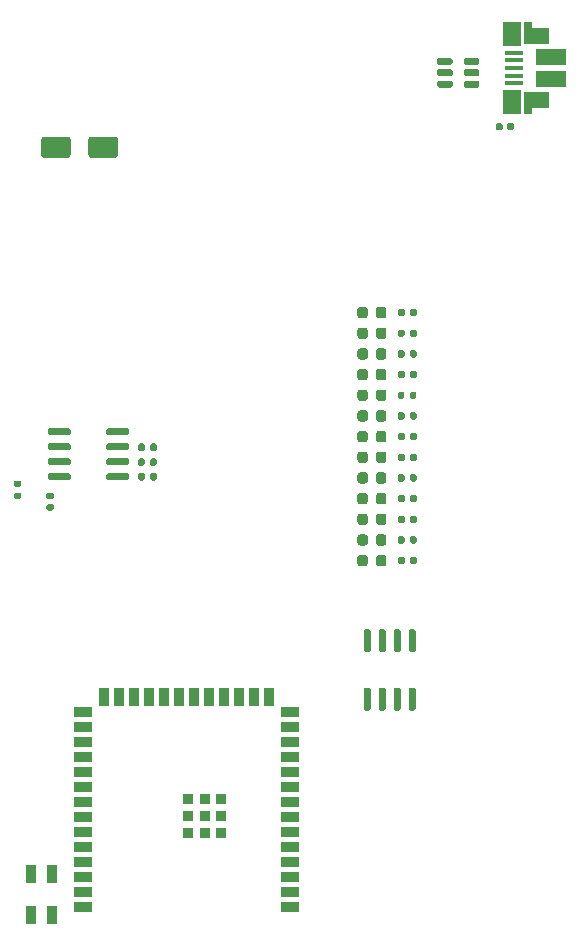
<source format=gtp>
G04 #@! TF.GenerationSoftware,KiCad,Pcbnew,9.0.1+1*
G04 #@! TF.CreationDate,2025-11-20T15:33:30+00:00*
G04 #@! TF.ProjectId,com4bbb,636f6d34-6262-4622-9e6b-696361645f70,rev?*
G04 #@! TF.SameCoordinates,Original*
G04 #@! TF.FileFunction,Paste,Top*
G04 #@! TF.FilePolarity,Positive*
%FSLAX46Y46*%
G04 Gerber Fmt 4.6, Leading zero omitted, Abs format (unit mm)*
G04 Created by KiCad (PCBNEW 9.0.1+1) date 2025-11-20 15:33:30*
%MOMM*%
%LPD*%
G01*
G04 APERTURE LIST*
%ADD10R,0.850000X1.600000*%
%ADD11R,1.500000X0.900000*%
%ADD12R,0.900000X1.500000*%
%ADD13R,0.900000X0.900000*%
%ADD14R,1.650000X0.400000*%
%ADD15R,0.700000X1.825000*%
%ADD16R,1.500000X2.000000*%
%ADD17R,2.000000X1.350000*%
%ADD18R,2.500000X1.430000*%
G04 APERTURE END LIST*
G36*
G01*
X124950100Y-90622400D02*
X125290100Y-90622400D01*
G75*
G02*
X125430100Y-90762400I0J-140000D01*
G01*
X125430100Y-91042400D01*
G75*
G02*
X125290100Y-91182400I-140000J0D01*
G01*
X124950100Y-91182400D01*
G75*
G02*
X124810100Y-91042400I0J140000D01*
G01*
X124810100Y-90762400D01*
G75*
G02*
X124950100Y-90622400I140000J0D01*
G01*
G37*
G36*
G01*
X124950100Y-91582400D02*
X125290100Y-91582400D01*
G75*
G02*
X125430100Y-91722400I0J-140000D01*
G01*
X125430100Y-92002400D01*
G75*
G02*
X125290100Y-92142400I-140000J0D01*
G01*
X124950100Y-92142400D01*
G75*
G02*
X124810100Y-92002400I0J140000D01*
G01*
X124810100Y-91722400D01*
G75*
G02*
X124950100Y-91582400I140000J0D01*
G01*
G37*
G36*
G01*
X154590100Y-75567400D02*
X154590100Y-75197400D01*
G75*
G02*
X154725100Y-75062400I135000J0D01*
G01*
X154995100Y-75062400D01*
G75*
G02*
X155130100Y-75197400I0J-135000D01*
G01*
X155130100Y-75567400D01*
G75*
G02*
X154995100Y-75702400I-135000J0D01*
G01*
X154725100Y-75702400D01*
G75*
G02*
X154590100Y-75567400I0J135000D01*
G01*
G37*
G36*
G01*
X155610100Y-75567400D02*
X155610100Y-75197400D01*
G75*
G02*
X155745100Y-75062400I135000J0D01*
G01*
X156015100Y-75062400D01*
G75*
G02*
X156150100Y-75197400I0J-135000D01*
G01*
X156150100Y-75567400D01*
G75*
G02*
X156015100Y-75702400I-135000J0D01*
G01*
X155745100Y-75702400D01*
G75*
G02*
X155610100Y-75567400I0J135000D01*
G01*
G37*
G36*
G01*
X154590100Y-77317400D02*
X154590100Y-76947400D01*
G75*
G02*
X154725100Y-76812400I135000J0D01*
G01*
X154995100Y-76812400D01*
G75*
G02*
X155130100Y-76947400I0J-135000D01*
G01*
X155130100Y-77317400D01*
G75*
G02*
X154995100Y-77452400I-135000J0D01*
G01*
X154725100Y-77452400D01*
G75*
G02*
X154590100Y-77317400I0J135000D01*
G01*
G37*
G36*
G01*
X155610100Y-77317400D02*
X155610100Y-76947400D01*
G75*
G02*
X155745100Y-76812400I135000J0D01*
G01*
X156015100Y-76812400D01*
G75*
G02*
X156150100Y-76947400I0J-135000D01*
G01*
X156150100Y-77317400D01*
G75*
G02*
X156015100Y-77452400I-135000J0D01*
G01*
X155745100Y-77452400D01*
G75*
G02*
X155610100Y-77317400I0J135000D01*
G01*
G37*
G36*
G01*
X154590100Y-80817400D02*
X154590100Y-80447400D01*
G75*
G02*
X154725100Y-80312400I135000J0D01*
G01*
X154995100Y-80312400D01*
G75*
G02*
X155130100Y-80447400I0J-135000D01*
G01*
X155130100Y-80817400D01*
G75*
G02*
X154995100Y-80952400I-135000J0D01*
G01*
X154725100Y-80952400D01*
G75*
G02*
X154590100Y-80817400I0J135000D01*
G01*
G37*
G36*
G01*
X155610100Y-80817400D02*
X155610100Y-80447400D01*
G75*
G02*
X155745100Y-80312400I135000J0D01*
G01*
X156015100Y-80312400D01*
G75*
G02*
X156150100Y-80447400I0J-135000D01*
G01*
X156150100Y-80817400D01*
G75*
G02*
X156015100Y-80952400I-135000J0D01*
G01*
X155745100Y-80952400D01*
G75*
G02*
X155610100Y-80817400I0J135000D01*
G01*
G37*
G36*
G01*
X131820100Y-89137400D02*
X131820100Y-89437400D01*
G75*
G02*
X131670100Y-89587400I-150000J0D01*
G01*
X130020100Y-89587400D01*
G75*
G02*
X129870100Y-89437400I0J150000D01*
G01*
X129870100Y-89137400D01*
G75*
G02*
X130020100Y-88987400I150000J0D01*
G01*
X131670100Y-88987400D01*
G75*
G02*
X131820100Y-89137400I0J-150000D01*
G01*
G37*
G36*
G01*
X131820100Y-87867400D02*
X131820100Y-88167400D01*
G75*
G02*
X131670100Y-88317400I-150000J0D01*
G01*
X130020100Y-88317400D01*
G75*
G02*
X129870100Y-88167400I0J150000D01*
G01*
X129870100Y-87867400D01*
G75*
G02*
X130020100Y-87717400I150000J0D01*
G01*
X131670100Y-87717400D01*
G75*
G02*
X131820100Y-87867400I0J-150000D01*
G01*
G37*
G36*
G01*
X131820100Y-86597400D02*
X131820100Y-86897400D01*
G75*
G02*
X131670100Y-87047400I-150000J0D01*
G01*
X130020100Y-87047400D01*
G75*
G02*
X129870100Y-86897400I0J150000D01*
G01*
X129870100Y-86597400D01*
G75*
G02*
X130020100Y-86447400I150000J0D01*
G01*
X131670100Y-86447400D01*
G75*
G02*
X131820100Y-86597400I0J-150000D01*
G01*
G37*
G36*
G01*
X131820100Y-85327400D02*
X131820100Y-85627400D01*
G75*
G02*
X131670100Y-85777400I-150000J0D01*
G01*
X130020100Y-85777400D01*
G75*
G02*
X129870100Y-85627400I0J150000D01*
G01*
X129870100Y-85327400D01*
G75*
G02*
X130020100Y-85177400I150000J0D01*
G01*
X131670100Y-85177400D01*
G75*
G02*
X131820100Y-85327400I0J-150000D01*
G01*
G37*
G36*
G01*
X126870100Y-85327400D02*
X126870100Y-85627400D01*
G75*
G02*
X126720100Y-85777400I-150000J0D01*
G01*
X125070100Y-85777400D01*
G75*
G02*
X124920100Y-85627400I0J150000D01*
G01*
X124920100Y-85327400D01*
G75*
G02*
X125070100Y-85177400I150000J0D01*
G01*
X126720100Y-85177400D01*
G75*
G02*
X126870100Y-85327400I0J-150000D01*
G01*
G37*
G36*
G01*
X126870100Y-86597400D02*
X126870100Y-86897400D01*
G75*
G02*
X126720100Y-87047400I-150000J0D01*
G01*
X125070100Y-87047400D01*
G75*
G02*
X124920100Y-86897400I0J150000D01*
G01*
X124920100Y-86597400D01*
G75*
G02*
X125070100Y-86447400I150000J0D01*
G01*
X126720100Y-86447400D01*
G75*
G02*
X126870100Y-86597400I0J-150000D01*
G01*
G37*
G36*
G01*
X126870100Y-87867400D02*
X126870100Y-88167400D01*
G75*
G02*
X126720100Y-88317400I-150000J0D01*
G01*
X125070100Y-88317400D01*
G75*
G02*
X124920100Y-88167400I0J150000D01*
G01*
X124920100Y-87867400D01*
G75*
G02*
X125070100Y-87717400I150000J0D01*
G01*
X126720100Y-87717400D01*
G75*
G02*
X126870100Y-87867400I0J-150000D01*
G01*
G37*
G36*
G01*
X126870100Y-89137400D02*
X126870100Y-89437400D01*
G75*
G02*
X126720100Y-89587400I-150000J0D01*
G01*
X125070100Y-89587400D01*
G75*
G02*
X124920100Y-89437400I0J150000D01*
G01*
X124920100Y-89137400D01*
G75*
G02*
X125070100Y-88987400I150000J0D01*
G01*
X126720100Y-88987400D01*
G75*
G02*
X126870100Y-89137400I0J-150000D01*
G01*
G37*
G36*
G01*
X153595100Y-75126150D02*
X153595100Y-75638650D01*
G75*
G02*
X153376350Y-75857400I-218750J0D01*
G01*
X152938850Y-75857400D01*
G75*
G02*
X152720100Y-75638650I0J218750D01*
G01*
X152720100Y-75126150D01*
G75*
G02*
X152938850Y-74907400I218750J0D01*
G01*
X153376350Y-74907400D01*
G75*
G02*
X153595100Y-75126150I0J-218750D01*
G01*
G37*
G36*
G01*
X152020100Y-75126150D02*
X152020100Y-75638650D01*
G75*
G02*
X151801350Y-75857400I-218750J0D01*
G01*
X151363850Y-75857400D01*
G75*
G02*
X151145100Y-75638650I0J218750D01*
G01*
X151145100Y-75126150D01*
G75*
G02*
X151363850Y-74907400I218750J0D01*
G01*
X151801350Y-74907400D01*
G75*
G02*
X152020100Y-75126150I0J-218750D01*
G01*
G37*
G36*
G01*
X153595100Y-76876150D02*
X153595100Y-77388650D01*
G75*
G02*
X153376350Y-77607400I-218750J0D01*
G01*
X152938850Y-77607400D01*
G75*
G02*
X152720100Y-77388650I0J218750D01*
G01*
X152720100Y-76876150D01*
G75*
G02*
X152938850Y-76657400I218750J0D01*
G01*
X153376350Y-76657400D01*
G75*
G02*
X153595100Y-76876150I0J-218750D01*
G01*
G37*
G36*
G01*
X152020100Y-76876150D02*
X152020100Y-77388650D01*
G75*
G02*
X151801350Y-77607400I-218750J0D01*
G01*
X151363850Y-77607400D01*
G75*
G02*
X151145100Y-77388650I0J218750D01*
G01*
X151145100Y-76876150D01*
G75*
G02*
X151363850Y-76657400I218750J0D01*
G01*
X151801350Y-76657400D01*
G75*
G02*
X152020100Y-76876150I0J-218750D01*
G01*
G37*
G36*
G01*
X153595100Y-78626150D02*
X153595100Y-79138650D01*
G75*
G02*
X153376350Y-79357400I-218750J0D01*
G01*
X152938850Y-79357400D01*
G75*
G02*
X152720100Y-79138650I0J218750D01*
G01*
X152720100Y-78626150D01*
G75*
G02*
X152938850Y-78407400I218750J0D01*
G01*
X153376350Y-78407400D01*
G75*
G02*
X153595100Y-78626150I0J-218750D01*
G01*
G37*
G36*
G01*
X152020100Y-78626150D02*
X152020100Y-79138650D01*
G75*
G02*
X151801350Y-79357400I-218750J0D01*
G01*
X151363850Y-79357400D01*
G75*
G02*
X151145100Y-79138650I0J218750D01*
G01*
X151145100Y-78626150D01*
G75*
G02*
X151363850Y-78407400I218750J0D01*
G01*
X151801350Y-78407400D01*
G75*
G02*
X152020100Y-78626150I0J-218750D01*
G01*
G37*
G36*
G01*
X153595100Y-80376150D02*
X153595100Y-80888650D01*
G75*
G02*
X153376350Y-81107400I-218750J0D01*
G01*
X152938850Y-81107400D01*
G75*
G02*
X152720100Y-80888650I0J218750D01*
G01*
X152720100Y-80376150D01*
G75*
G02*
X152938850Y-80157400I218750J0D01*
G01*
X153376350Y-80157400D01*
G75*
G02*
X153595100Y-80376150I0J-218750D01*
G01*
G37*
G36*
G01*
X152020100Y-80376150D02*
X152020100Y-80888650D01*
G75*
G02*
X151801350Y-81107400I-218750J0D01*
G01*
X151363850Y-81107400D01*
G75*
G02*
X151145100Y-80888650I0J218750D01*
G01*
X151145100Y-80376150D01*
G75*
G02*
X151363850Y-80157400I218750J0D01*
G01*
X151801350Y-80157400D01*
G75*
G02*
X152020100Y-80376150I0J-218750D01*
G01*
G37*
G36*
G01*
X153595100Y-82126150D02*
X153595100Y-82638650D01*
G75*
G02*
X153376350Y-82857400I-218750J0D01*
G01*
X152938850Y-82857400D01*
G75*
G02*
X152720100Y-82638650I0J218750D01*
G01*
X152720100Y-82126150D01*
G75*
G02*
X152938850Y-81907400I218750J0D01*
G01*
X153376350Y-81907400D01*
G75*
G02*
X153595100Y-82126150I0J-218750D01*
G01*
G37*
G36*
G01*
X152020100Y-82126150D02*
X152020100Y-82638650D01*
G75*
G02*
X151801350Y-82857400I-218750J0D01*
G01*
X151363850Y-82857400D01*
G75*
G02*
X151145100Y-82638650I0J218750D01*
G01*
X151145100Y-82126150D01*
G75*
G02*
X151363850Y-81907400I218750J0D01*
G01*
X151801350Y-81907400D01*
G75*
G02*
X152020100Y-82126150I0J-218750D01*
G01*
G37*
G36*
G01*
X153595100Y-83876150D02*
X153595100Y-84388650D01*
G75*
G02*
X153376350Y-84607400I-218750J0D01*
G01*
X152938850Y-84607400D01*
G75*
G02*
X152720100Y-84388650I0J218750D01*
G01*
X152720100Y-83876150D01*
G75*
G02*
X152938850Y-83657400I218750J0D01*
G01*
X153376350Y-83657400D01*
G75*
G02*
X153595100Y-83876150I0J-218750D01*
G01*
G37*
G36*
G01*
X152020100Y-83876150D02*
X152020100Y-84388650D01*
G75*
G02*
X151801350Y-84607400I-218750J0D01*
G01*
X151363850Y-84607400D01*
G75*
G02*
X151145100Y-84388650I0J218750D01*
G01*
X151145100Y-83876150D01*
G75*
G02*
X151363850Y-83657400I218750J0D01*
G01*
X151801350Y-83657400D01*
G75*
G02*
X152020100Y-83876150I0J-218750D01*
G01*
G37*
G36*
G01*
X153595100Y-85626150D02*
X153595100Y-86138650D01*
G75*
G02*
X153376350Y-86357400I-218750J0D01*
G01*
X152938850Y-86357400D01*
G75*
G02*
X152720100Y-86138650I0J218750D01*
G01*
X152720100Y-85626150D01*
G75*
G02*
X152938850Y-85407400I218750J0D01*
G01*
X153376350Y-85407400D01*
G75*
G02*
X153595100Y-85626150I0J-218750D01*
G01*
G37*
G36*
G01*
X152020100Y-85626150D02*
X152020100Y-86138650D01*
G75*
G02*
X151801350Y-86357400I-218750J0D01*
G01*
X151363850Y-86357400D01*
G75*
G02*
X151145100Y-86138650I0J218750D01*
G01*
X151145100Y-85626150D01*
G75*
G02*
X151363850Y-85407400I218750J0D01*
G01*
X151801350Y-85407400D01*
G75*
G02*
X152020100Y-85626150I0J-218750D01*
G01*
G37*
G36*
G01*
X153595100Y-87376150D02*
X153595100Y-87888650D01*
G75*
G02*
X153376350Y-88107400I-218750J0D01*
G01*
X152938850Y-88107400D01*
G75*
G02*
X152720100Y-87888650I0J218750D01*
G01*
X152720100Y-87376150D01*
G75*
G02*
X152938850Y-87157400I218750J0D01*
G01*
X153376350Y-87157400D01*
G75*
G02*
X153595100Y-87376150I0J-218750D01*
G01*
G37*
G36*
G01*
X152020100Y-87376150D02*
X152020100Y-87888650D01*
G75*
G02*
X151801350Y-88107400I-218750J0D01*
G01*
X151363850Y-88107400D01*
G75*
G02*
X151145100Y-87888650I0J218750D01*
G01*
X151145100Y-87376150D01*
G75*
G02*
X151363850Y-87157400I218750J0D01*
G01*
X151801350Y-87157400D01*
G75*
G02*
X152020100Y-87376150I0J-218750D01*
G01*
G37*
G36*
G01*
X153595100Y-89126150D02*
X153595100Y-89638650D01*
G75*
G02*
X153376350Y-89857400I-218750J0D01*
G01*
X152938850Y-89857400D01*
G75*
G02*
X152720100Y-89638650I0J218750D01*
G01*
X152720100Y-89126150D01*
G75*
G02*
X152938850Y-88907400I218750J0D01*
G01*
X153376350Y-88907400D01*
G75*
G02*
X153595100Y-89126150I0J-218750D01*
G01*
G37*
G36*
G01*
X152020100Y-89126150D02*
X152020100Y-89638650D01*
G75*
G02*
X151801350Y-89857400I-218750J0D01*
G01*
X151363850Y-89857400D01*
G75*
G02*
X151145100Y-89638650I0J218750D01*
G01*
X151145100Y-89126150D01*
G75*
G02*
X151363850Y-88907400I218750J0D01*
G01*
X151801350Y-88907400D01*
G75*
G02*
X152020100Y-89126150I0J-218750D01*
G01*
G37*
G36*
G01*
X153595100Y-90876150D02*
X153595100Y-91388650D01*
G75*
G02*
X153376350Y-91607400I-218750J0D01*
G01*
X152938850Y-91607400D01*
G75*
G02*
X152720100Y-91388650I0J218750D01*
G01*
X152720100Y-90876150D01*
G75*
G02*
X152938850Y-90657400I218750J0D01*
G01*
X153376350Y-90657400D01*
G75*
G02*
X153595100Y-90876150I0J-218750D01*
G01*
G37*
G36*
G01*
X152020100Y-90876150D02*
X152020100Y-91388650D01*
G75*
G02*
X151801350Y-91607400I-218750J0D01*
G01*
X151363850Y-91607400D01*
G75*
G02*
X151145100Y-91388650I0J218750D01*
G01*
X151145100Y-90876150D01*
G75*
G02*
X151363850Y-90657400I218750J0D01*
G01*
X151801350Y-90657400D01*
G75*
G02*
X152020100Y-90876150I0J-218750D01*
G01*
G37*
G36*
G01*
X153595100Y-92626150D02*
X153595100Y-93138650D01*
G75*
G02*
X153376350Y-93357400I-218750J0D01*
G01*
X152938850Y-93357400D01*
G75*
G02*
X152720100Y-93138650I0J218750D01*
G01*
X152720100Y-92626150D01*
G75*
G02*
X152938850Y-92407400I218750J0D01*
G01*
X153376350Y-92407400D01*
G75*
G02*
X153595100Y-92626150I0J-218750D01*
G01*
G37*
G36*
G01*
X152020100Y-92626150D02*
X152020100Y-93138650D01*
G75*
G02*
X151801350Y-93357400I-218750J0D01*
G01*
X151363850Y-93357400D01*
G75*
G02*
X151145100Y-93138650I0J218750D01*
G01*
X151145100Y-92626150D01*
G75*
G02*
X151363850Y-92407400I218750J0D01*
G01*
X151801350Y-92407400D01*
G75*
G02*
X152020100Y-92626150I0J-218750D01*
G01*
G37*
G36*
G01*
X153595100Y-94376150D02*
X153595100Y-94888650D01*
G75*
G02*
X153376350Y-95107400I-218750J0D01*
G01*
X152938850Y-95107400D01*
G75*
G02*
X152720100Y-94888650I0J218750D01*
G01*
X152720100Y-94376150D01*
G75*
G02*
X152938850Y-94157400I218750J0D01*
G01*
X153376350Y-94157400D01*
G75*
G02*
X153595100Y-94376150I0J-218750D01*
G01*
G37*
G36*
G01*
X152020100Y-94376150D02*
X152020100Y-94888650D01*
G75*
G02*
X151801350Y-95107400I-218750J0D01*
G01*
X151363850Y-95107400D01*
G75*
G02*
X151145100Y-94888650I0J218750D01*
G01*
X151145100Y-94376150D01*
G75*
G02*
X151363850Y-94157400I218750J0D01*
G01*
X151801350Y-94157400D01*
G75*
G02*
X152020100Y-94376150I0J-218750D01*
G01*
G37*
G36*
G01*
X153595100Y-96126150D02*
X153595100Y-96638650D01*
G75*
G02*
X153376350Y-96857400I-218750J0D01*
G01*
X152938850Y-96857400D01*
G75*
G02*
X152720100Y-96638650I0J218750D01*
G01*
X152720100Y-96126150D01*
G75*
G02*
X152938850Y-95907400I218750J0D01*
G01*
X153376350Y-95907400D01*
G75*
G02*
X153595100Y-96126150I0J-218750D01*
G01*
G37*
G36*
G01*
X152020100Y-96126150D02*
X152020100Y-96638650D01*
G75*
G02*
X151801350Y-96857400I-218750J0D01*
G01*
X151363850Y-96857400D01*
G75*
G02*
X151145100Y-96638650I0J218750D01*
G01*
X151145100Y-96126150D01*
G75*
G02*
X151363850Y-95907400I218750J0D01*
G01*
X151801350Y-95907400D01*
G75*
G02*
X152020100Y-96126150I0J-218750D01*
G01*
G37*
G36*
G01*
X154580100Y-82567400D02*
X154580100Y-82197400D01*
G75*
G02*
X154715100Y-82062400I135000J0D01*
G01*
X154985100Y-82062400D01*
G75*
G02*
X155120100Y-82197400I0J-135000D01*
G01*
X155120100Y-82567400D01*
G75*
G02*
X154985100Y-82702400I-135000J0D01*
G01*
X154715100Y-82702400D01*
G75*
G02*
X154580100Y-82567400I0J135000D01*
G01*
G37*
G36*
G01*
X155600100Y-82567400D02*
X155600100Y-82197400D01*
G75*
G02*
X155735100Y-82062400I135000J0D01*
G01*
X156005100Y-82062400D01*
G75*
G02*
X156140100Y-82197400I0J-135000D01*
G01*
X156140100Y-82567400D01*
G75*
G02*
X156005100Y-82702400I-135000J0D01*
G01*
X155735100Y-82702400D01*
G75*
G02*
X155600100Y-82567400I0J135000D01*
G01*
G37*
G36*
G01*
X154590100Y-84317400D02*
X154590100Y-83947400D01*
G75*
G02*
X154725100Y-83812400I135000J0D01*
G01*
X154995100Y-83812400D01*
G75*
G02*
X155130100Y-83947400I0J-135000D01*
G01*
X155130100Y-84317400D01*
G75*
G02*
X154995100Y-84452400I-135000J0D01*
G01*
X154725100Y-84452400D01*
G75*
G02*
X154590100Y-84317400I0J135000D01*
G01*
G37*
G36*
G01*
X155610100Y-84317400D02*
X155610100Y-83947400D01*
G75*
G02*
X155745100Y-83812400I135000J0D01*
G01*
X156015100Y-83812400D01*
G75*
G02*
X156150100Y-83947400I0J-135000D01*
G01*
X156150100Y-84317400D01*
G75*
G02*
X156015100Y-84452400I-135000J0D01*
G01*
X155745100Y-84452400D01*
G75*
G02*
X155610100Y-84317400I0J135000D01*
G01*
G37*
G36*
G01*
X154590100Y-86067400D02*
X154590100Y-85697400D01*
G75*
G02*
X154725100Y-85562400I135000J0D01*
G01*
X154995100Y-85562400D01*
G75*
G02*
X155130100Y-85697400I0J-135000D01*
G01*
X155130100Y-86067400D01*
G75*
G02*
X154995100Y-86202400I-135000J0D01*
G01*
X154725100Y-86202400D01*
G75*
G02*
X154590100Y-86067400I0J135000D01*
G01*
G37*
G36*
G01*
X155610100Y-86067400D02*
X155610100Y-85697400D01*
G75*
G02*
X155745100Y-85562400I135000J0D01*
G01*
X156015100Y-85562400D01*
G75*
G02*
X156150100Y-85697400I0J-135000D01*
G01*
X156150100Y-86067400D01*
G75*
G02*
X156015100Y-86202400I-135000J0D01*
G01*
X155745100Y-86202400D01*
G75*
G02*
X155610100Y-86067400I0J135000D01*
G01*
G37*
G36*
G01*
X154590100Y-87817400D02*
X154590100Y-87447400D01*
G75*
G02*
X154725100Y-87312400I135000J0D01*
G01*
X154995100Y-87312400D01*
G75*
G02*
X155130100Y-87447400I0J-135000D01*
G01*
X155130100Y-87817400D01*
G75*
G02*
X154995100Y-87952400I-135000J0D01*
G01*
X154725100Y-87952400D01*
G75*
G02*
X154590100Y-87817400I0J135000D01*
G01*
G37*
G36*
G01*
X155610100Y-87817400D02*
X155610100Y-87447400D01*
G75*
G02*
X155745100Y-87312400I135000J0D01*
G01*
X156015100Y-87312400D01*
G75*
G02*
X156150100Y-87447400I0J-135000D01*
G01*
X156150100Y-87817400D01*
G75*
G02*
X156015100Y-87952400I-135000J0D01*
G01*
X155745100Y-87952400D01*
G75*
G02*
X155610100Y-87817400I0J135000D01*
G01*
G37*
G36*
G01*
X154590100Y-89567400D02*
X154590100Y-89197400D01*
G75*
G02*
X154725100Y-89062400I135000J0D01*
G01*
X154995100Y-89062400D01*
G75*
G02*
X155130100Y-89197400I0J-135000D01*
G01*
X155130100Y-89567400D01*
G75*
G02*
X154995100Y-89702400I-135000J0D01*
G01*
X154725100Y-89702400D01*
G75*
G02*
X154590100Y-89567400I0J135000D01*
G01*
G37*
G36*
G01*
X155610100Y-89567400D02*
X155610100Y-89197400D01*
G75*
G02*
X155745100Y-89062400I135000J0D01*
G01*
X156015100Y-89062400D01*
G75*
G02*
X156150100Y-89197400I0J-135000D01*
G01*
X156150100Y-89567400D01*
G75*
G02*
X156015100Y-89702400I-135000J0D01*
G01*
X155745100Y-89702400D01*
G75*
G02*
X155610100Y-89567400I0J135000D01*
G01*
G37*
G36*
G01*
X154590100Y-91317400D02*
X154590100Y-90947400D01*
G75*
G02*
X154725100Y-90812400I135000J0D01*
G01*
X154995100Y-90812400D01*
G75*
G02*
X155130100Y-90947400I0J-135000D01*
G01*
X155130100Y-91317400D01*
G75*
G02*
X154995100Y-91452400I-135000J0D01*
G01*
X154725100Y-91452400D01*
G75*
G02*
X154590100Y-91317400I0J135000D01*
G01*
G37*
G36*
G01*
X155610100Y-91317400D02*
X155610100Y-90947400D01*
G75*
G02*
X155745100Y-90812400I135000J0D01*
G01*
X156015100Y-90812400D01*
G75*
G02*
X156150100Y-90947400I0J-135000D01*
G01*
X156150100Y-91317400D01*
G75*
G02*
X156015100Y-91452400I-135000J0D01*
G01*
X155745100Y-91452400D01*
G75*
G02*
X155610100Y-91317400I0J135000D01*
G01*
G37*
G36*
G01*
X154590100Y-93067400D02*
X154590100Y-92697400D01*
G75*
G02*
X154725100Y-92562400I135000J0D01*
G01*
X154995100Y-92562400D01*
G75*
G02*
X155130100Y-92697400I0J-135000D01*
G01*
X155130100Y-93067400D01*
G75*
G02*
X154995100Y-93202400I-135000J0D01*
G01*
X154725100Y-93202400D01*
G75*
G02*
X154590100Y-93067400I0J135000D01*
G01*
G37*
G36*
G01*
X155610100Y-93067400D02*
X155610100Y-92697400D01*
G75*
G02*
X155745100Y-92562400I135000J0D01*
G01*
X156015100Y-92562400D01*
G75*
G02*
X156150100Y-92697400I0J-135000D01*
G01*
X156150100Y-93067400D01*
G75*
G02*
X156015100Y-93202400I-135000J0D01*
G01*
X155745100Y-93202400D01*
G75*
G02*
X155610100Y-93067400I0J135000D01*
G01*
G37*
G36*
G01*
X154590100Y-94817400D02*
X154590100Y-94447400D01*
G75*
G02*
X154725100Y-94312400I135000J0D01*
G01*
X154995100Y-94312400D01*
G75*
G02*
X155130100Y-94447400I0J-135000D01*
G01*
X155130100Y-94817400D01*
G75*
G02*
X154995100Y-94952400I-135000J0D01*
G01*
X154725100Y-94952400D01*
G75*
G02*
X154590100Y-94817400I0J135000D01*
G01*
G37*
G36*
G01*
X155610100Y-94817400D02*
X155610100Y-94447400D01*
G75*
G02*
X155745100Y-94312400I135000J0D01*
G01*
X156015100Y-94312400D01*
G75*
G02*
X156150100Y-94447400I0J-135000D01*
G01*
X156150100Y-94817400D01*
G75*
G02*
X156015100Y-94952400I-135000J0D01*
G01*
X155745100Y-94952400D01*
G75*
G02*
X155610100Y-94817400I0J135000D01*
G01*
G37*
G36*
G01*
X154590100Y-96567400D02*
X154590100Y-96197400D01*
G75*
G02*
X154725100Y-96062400I135000J0D01*
G01*
X154995100Y-96062400D01*
G75*
G02*
X155130100Y-96197400I0J-135000D01*
G01*
X155130100Y-96567400D01*
G75*
G02*
X154995100Y-96702400I-135000J0D01*
G01*
X154725100Y-96702400D01*
G75*
G02*
X154590100Y-96567400I0J135000D01*
G01*
G37*
G36*
G01*
X155610100Y-96567400D02*
X155610100Y-96197400D01*
G75*
G02*
X155745100Y-96062400I135000J0D01*
G01*
X156015100Y-96062400D01*
G75*
G02*
X156150100Y-96197400I0J-135000D01*
G01*
X156150100Y-96567400D01*
G75*
G02*
X156015100Y-96702400I-135000J0D01*
G01*
X155745100Y-96702400D01*
G75*
G02*
X155610100Y-96567400I0J135000D01*
G01*
G37*
G36*
G01*
X134140100Y-86597400D02*
X134140100Y-86967400D01*
G75*
G02*
X134005100Y-87102400I-135000J0D01*
G01*
X133735100Y-87102400D01*
G75*
G02*
X133600100Y-86967400I0J135000D01*
G01*
X133600100Y-86597400D01*
G75*
G02*
X133735100Y-86462400I135000J0D01*
G01*
X134005100Y-86462400D01*
G75*
G02*
X134140100Y-86597400I0J-135000D01*
G01*
G37*
G36*
G01*
X133120100Y-86597400D02*
X133120100Y-86967400D01*
G75*
G02*
X132985100Y-87102400I-135000J0D01*
G01*
X132715100Y-87102400D01*
G75*
G02*
X132580100Y-86967400I0J135000D01*
G01*
X132580100Y-86597400D01*
G75*
G02*
X132715100Y-86462400I135000J0D01*
G01*
X132985100Y-86462400D01*
G75*
G02*
X133120100Y-86597400I0J-135000D01*
G01*
G37*
G36*
G01*
X134140100Y-87847400D02*
X134140100Y-88217400D01*
G75*
G02*
X134005100Y-88352400I-135000J0D01*
G01*
X133735100Y-88352400D01*
G75*
G02*
X133600100Y-88217400I0J135000D01*
G01*
X133600100Y-87847400D01*
G75*
G02*
X133735100Y-87712400I135000J0D01*
G01*
X134005100Y-87712400D01*
G75*
G02*
X134140100Y-87847400I0J-135000D01*
G01*
G37*
G36*
G01*
X133120100Y-87847400D02*
X133120100Y-88217400D01*
G75*
G02*
X132985100Y-88352400I-135000J0D01*
G01*
X132715100Y-88352400D01*
G75*
G02*
X132580100Y-88217400I0J135000D01*
G01*
X132580100Y-87847400D01*
G75*
G02*
X132715100Y-87712400I135000J0D01*
G01*
X132985100Y-87712400D01*
G75*
G02*
X133120100Y-87847400I0J-135000D01*
G01*
G37*
G36*
G01*
X134150100Y-89097400D02*
X134150100Y-89467400D01*
G75*
G02*
X134015100Y-89602400I-135000J0D01*
G01*
X133745100Y-89602400D01*
G75*
G02*
X133610100Y-89467400I0J135000D01*
G01*
X133610100Y-89097400D01*
G75*
G02*
X133745100Y-88962400I135000J0D01*
G01*
X134015100Y-88962400D01*
G75*
G02*
X134150100Y-89097400I0J-135000D01*
G01*
G37*
G36*
G01*
X133130100Y-89097400D02*
X133130100Y-89467400D01*
G75*
G02*
X132995100Y-89602400I-135000J0D01*
G01*
X132725100Y-89602400D01*
G75*
G02*
X132590100Y-89467400I0J135000D01*
G01*
X132590100Y-89097400D01*
G75*
G02*
X132725100Y-88962400I135000J0D01*
G01*
X132995100Y-88962400D01*
G75*
G02*
X133130100Y-89097400I0J-135000D01*
G01*
G37*
G36*
G01*
X122555100Y-91162400D02*
X122185100Y-91162400D01*
G75*
G02*
X122050100Y-91027400I0J135000D01*
G01*
X122050100Y-90757400D01*
G75*
G02*
X122185100Y-90622400I135000J0D01*
G01*
X122555100Y-90622400D01*
G75*
G02*
X122690100Y-90757400I0J-135000D01*
G01*
X122690100Y-91027400D01*
G75*
G02*
X122555100Y-91162400I-135000J0D01*
G01*
G37*
G36*
G01*
X122555100Y-90142400D02*
X122185100Y-90142400D01*
G75*
G02*
X122050100Y-90007400I0J135000D01*
G01*
X122050100Y-89737400D01*
G75*
G02*
X122185100Y-89602400I135000J0D01*
G01*
X122555100Y-89602400D01*
G75*
G02*
X122690100Y-89737400I0J-135000D01*
G01*
X122690100Y-90007400D01*
G75*
G02*
X122555100Y-90142400I-135000J0D01*
G01*
G37*
G36*
G01*
X154590100Y-79067400D02*
X154590100Y-78697400D01*
G75*
G02*
X154725100Y-78562400I135000J0D01*
G01*
X154995100Y-78562400D01*
G75*
G02*
X155130100Y-78697400I0J-135000D01*
G01*
X155130100Y-79067400D01*
G75*
G02*
X154995100Y-79202400I-135000J0D01*
G01*
X154725100Y-79202400D01*
G75*
G02*
X154590100Y-79067400I0J135000D01*
G01*
G37*
G36*
G01*
X155610100Y-79067400D02*
X155610100Y-78697400D01*
G75*
G02*
X155745100Y-78562400I135000J0D01*
G01*
X156015100Y-78562400D01*
G75*
G02*
X156150100Y-78697400I0J-135000D01*
G01*
X156150100Y-79067400D01*
G75*
G02*
X156015100Y-79202400I-135000J0D01*
G01*
X155745100Y-79202400D01*
G75*
G02*
X155610100Y-79067400I0J135000D01*
G01*
G37*
G36*
G01*
X155625100Y-102182400D02*
X155925100Y-102182400D01*
G75*
G02*
X156075100Y-102332400I0J-150000D01*
G01*
X156075100Y-103982400D01*
G75*
G02*
X155925100Y-104132400I-150000J0D01*
G01*
X155625100Y-104132400D01*
G75*
G02*
X155475100Y-103982400I0J150000D01*
G01*
X155475100Y-102332400D01*
G75*
G02*
X155625100Y-102182400I150000J0D01*
G01*
G37*
G36*
G01*
X154355100Y-102182400D02*
X154655100Y-102182400D01*
G75*
G02*
X154805100Y-102332400I0J-150000D01*
G01*
X154805100Y-103982400D01*
G75*
G02*
X154655100Y-104132400I-150000J0D01*
G01*
X154355100Y-104132400D01*
G75*
G02*
X154205100Y-103982400I0J150000D01*
G01*
X154205100Y-102332400D01*
G75*
G02*
X154355100Y-102182400I150000J0D01*
G01*
G37*
G36*
G01*
X153085100Y-102182400D02*
X153385100Y-102182400D01*
G75*
G02*
X153535100Y-102332400I0J-150000D01*
G01*
X153535100Y-103982400D01*
G75*
G02*
X153385100Y-104132400I-150000J0D01*
G01*
X153085100Y-104132400D01*
G75*
G02*
X152935100Y-103982400I0J150000D01*
G01*
X152935100Y-102332400D01*
G75*
G02*
X153085100Y-102182400I150000J0D01*
G01*
G37*
G36*
G01*
X151815100Y-102182400D02*
X152115100Y-102182400D01*
G75*
G02*
X152265100Y-102332400I0J-150000D01*
G01*
X152265100Y-103982400D01*
G75*
G02*
X152115100Y-104132400I-150000J0D01*
G01*
X151815100Y-104132400D01*
G75*
G02*
X151665100Y-103982400I0J150000D01*
G01*
X151665100Y-102332400D01*
G75*
G02*
X151815100Y-102182400I150000J0D01*
G01*
G37*
G36*
G01*
X151815100Y-107132400D02*
X152115100Y-107132400D01*
G75*
G02*
X152265100Y-107282400I0J-150000D01*
G01*
X152265100Y-108932400D01*
G75*
G02*
X152115100Y-109082400I-150000J0D01*
G01*
X151815100Y-109082400D01*
G75*
G02*
X151665100Y-108932400I0J150000D01*
G01*
X151665100Y-107282400D01*
G75*
G02*
X151815100Y-107132400I150000J0D01*
G01*
G37*
G36*
G01*
X153085100Y-107132400D02*
X153385100Y-107132400D01*
G75*
G02*
X153535100Y-107282400I0J-150000D01*
G01*
X153535100Y-108932400D01*
G75*
G02*
X153385100Y-109082400I-150000J0D01*
G01*
X153085100Y-109082400D01*
G75*
G02*
X152935100Y-108932400I0J150000D01*
G01*
X152935100Y-107282400D01*
G75*
G02*
X153085100Y-107132400I150000J0D01*
G01*
G37*
G36*
G01*
X154355100Y-107132400D02*
X154655100Y-107132400D01*
G75*
G02*
X154805100Y-107282400I0J-150000D01*
G01*
X154805100Y-108932400D01*
G75*
G02*
X154655100Y-109082400I-150000J0D01*
G01*
X154355100Y-109082400D01*
G75*
G02*
X154205100Y-108932400I0J150000D01*
G01*
X154205100Y-107282400D01*
G75*
G02*
X154355100Y-107132400I150000J0D01*
G01*
G37*
G36*
G01*
X155625100Y-107132400D02*
X155925100Y-107132400D01*
G75*
G02*
X156075100Y-107282400I0J-150000D01*
G01*
X156075100Y-108932400D01*
G75*
G02*
X155925100Y-109082400I-150000J0D01*
G01*
X155625100Y-109082400D01*
G75*
G02*
X155475100Y-108932400I0J150000D01*
G01*
X155475100Y-107282400D01*
G75*
G02*
X155625100Y-107132400I150000J0D01*
G01*
G37*
G36*
G01*
X130870100Y-60732400D02*
X130870100Y-62032400D01*
G75*
G02*
X130620100Y-62282400I-250000J0D01*
G01*
X128620100Y-62282400D01*
G75*
G02*
X128370100Y-62032400I0J250000D01*
G01*
X128370100Y-60732400D01*
G75*
G02*
X128620100Y-60482400I250000J0D01*
G01*
X130620100Y-60482400D01*
G75*
G02*
X130870100Y-60732400I0J-250000D01*
G01*
G37*
G36*
G01*
X126870100Y-60732400D02*
X126870100Y-62032400D01*
G75*
G02*
X126620100Y-62282400I-250000J0D01*
G01*
X124620100Y-62282400D01*
G75*
G02*
X124370100Y-62032400I0J250000D01*
G01*
X124370100Y-60732400D01*
G75*
G02*
X124620100Y-60482400I250000J0D01*
G01*
X126620100Y-60482400D01*
G75*
G02*
X126870100Y-60732400I0J-250000D01*
G01*
G37*
G36*
G01*
X157870100Y-54282400D02*
X157870100Y-53982400D01*
G75*
G02*
X158020100Y-53832400I150000J0D01*
G01*
X159045100Y-53832400D01*
G75*
G02*
X159195100Y-53982400I0J-150000D01*
G01*
X159195100Y-54282400D01*
G75*
G02*
X159045100Y-54432400I-150000J0D01*
G01*
X158020100Y-54432400D01*
G75*
G02*
X157870100Y-54282400I0J150000D01*
G01*
G37*
G36*
G01*
X157870100Y-55232400D02*
X157870100Y-54932400D01*
G75*
G02*
X158020100Y-54782400I150000J0D01*
G01*
X159045100Y-54782400D01*
G75*
G02*
X159195100Y-54932400I0J-150000D01*
G01*
X159195100Y-55232400D01*
G75*
G02*
X159045100Y-55382400I-150000J0D01*
G01*
X158020100Y-55382400D01*
G75*
G02*
X157870100Y-55232400I0J150000D01*
G01*
G37*
G36*
G01*
X157870100Y-56182400D02*
X157870100Y-55882400D01*
G75*
G02*
X158020100Y-55732400I150000J0D01*
G01*
X159045100Y-55732400D01*
G75*
G02*
X159195100Y-55882400I0J-150000D01*
G01*
X159195100Y-56182400D01*
G75*
G02*
X159045100Y-56332400I-150000J0D01*
G01*
X158020100Y-56332400D01*
G75*
G02*
X157870100Y-56182400I0J150000D01*
G01*
G37*
G36*
G01*
X160145100Y-56182400D02*
X160145100Y-55882400D01*
G75*
G02*
X160295100Y-55732400I150000J0D01*
G01*
X161320100Y-55732400D01*
G75*
G02*
X161470100Y-55882400I0J-150000D01*
G01*
X161470100Y-56182400D01*
G75*
G02*
X161320100Y-56332400I-150000J0D01*
G01*
X160295100Y-56332400D01*
G75*
G02*
X160145100Y-56182400I0J150000D01*
G01*
G37*
G36*
G01*
X160145100Y-55232400D02*
X160145100Y-54932400D01*
G75*
G02*
X160295100Y-54782400I150000J0D01*
G01*
X161320100Y-54782400D01*
G75*
G02*
X161470100Y-54932400I0J-150000D01*
G01*
X161470100Y-55232400D01*
G75*
G02*
X161320100Y-55382400I-150000J0D01*
G01*
X160295100Y-55382400D01*
G75*
G02*
X160145100Y-55232400I0J150000D01*
G01*
G37*
G36*
G01*
X160145100Y-54282400D02*
X160145100Y-53982400D01*
G75*
G02*
X160295100Y-53832400I150000J0D01*
G01*
X161320100Y-53832400D01*
G75*
G02*
X161470100Y-53982400I0J-150000D01*
G01*
X161470100Y-54282400D01*
G75*
G02*
X161320100Y-54432400I-150000J0D01*
G01*
X160295100Y-54432400D01*
G75*
G02*
X160145100Y-54282400I0J150000D01*
G01*
G37*
D10*
X123495100Y-126382400D03*
X125245100Y-126382400D03*
X125245100Y-122882400D03*
X123495100Y-122882400D03*
D11*
X145450000Y-125720000D03*
X145450000Y-124450000D03*
X145450000Y-123180000D03*
X145450000Y-121910000D03*
X145450000Y-120640000D03*
X145450000Y-119370000D03*
X145450000Y-118100000D03*
X145450000Y-116830000D03*
X145450000Y-115560000D03*
X145450000Y-114290000D03*
X145450000Y-113020000D03*
X145450000Y-111750000D03*
X145450000Y-110480000D03*
X145450000Y-109210000D03*
D12*
X143685000Y-107960000D03*
X142415000Y-107960000D03*
X141145000Y-107960000D03*
X139875000Y-107960000D03*
X138605000Y-107960000D03*
X137335000Y-107960000D03*
X136065000Y-107960000D03*
X134795000Y-107960000D03*
X133525000Y-107960000D03*
X132255000Y-107960000D03*
X130985000Y-107960000D03*
X129715000Y-107960000D03*
D11*
X127950000Y-109210000D03*
X127950000Y-110480000D03*
X127950000Y-111750000D03*
X127950000Y-113020000D03*
X127950000Y-114290000D03*
X127950000Y-115560000D03*
X127950000Y-116830000D03*
X127950000Y-118100000D03*
X127950000Y-119370000D03*
X127950000Y-120640000D03*
X127950000Y-121910000D03*
X127950000Y-123180000D03*
X127950000Y-124450000D03*
X127950000Y-125720000D03*
D13*
X139600000Y-119400000D03*
X139600000Y-118000000D03*
X139600000Y-116600000D03*
X138200000Y-119400000D03*
X138200000Y-118000000D03*
X138200000Y-116600000D03*
X136800000Y-119400000D03*
X136800000Y-118000000D03*
X136800000Y-116600000D03*
G36*
G01*
X164400100Y-59459900D02*
X164400100Y-59804900D01*
G75*
G02*
X164252600Y-59952400I-147500J0D01*
G01*
X163957600Y-59952400D01*
G75*
G02*
X163810100Y-59804900I0J147500D01*
G01*
X163810100Y-59459900D01*
G75*
G02*
X163957600Y-59312400I147500J0D01*
G01*
X164252600Y-59312400D01*
G75*
G02*
X164400100Y-59459900I0J-147500D01*
G01*
G37*
G36*
G01*
X163430100Y-59459900D02*
X163430100Y-59804900D01*
G75*
G02*
X163282600Y-59952400I-147500J0D01*
G01*
X162987600Y-59952400D01*
G75*
G02*
X162840100Y-59804900I0J147500D01*
G01*
X162840100Y-59459900D01*
G75*
G02*
X162987600Y-59312400I147500J0D01*
G01*
X163282600Y-59312400D01*
G75*
G02*
X163430100Y-59459900I0J-147500D01*
G01*
G37*
D14*
X164370100Y-55982400D03*
X164370100Y-55332400D03*
X164370100Y-54682400D03*
X164370100Y-54032400D03*
X164370100Y-53382400D03*
D15*
X165570100Y-57632400D03*
D16*
X164270100Y-57532400D03*
D17*
X166320100Y-57412400D03*
D18*
X167520100Y-55642400D03*
X167520100Y-53722400D03*
D17*
X166320100Y-51932400D03*
D16*
X164250100Y-51782400D03*
D15*
X165570100Y-51682400D03*
M02*

</source>
